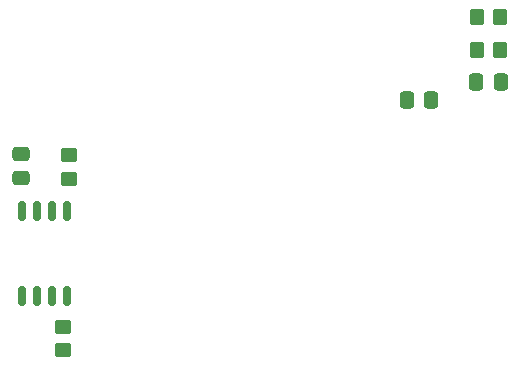
<source format=gtp>
%TF.GenerationSoftware,KiCad,Pcbnew,9.0.1*%
%TF.CreationDate,2025-08-12T13:46:24-07:00*%
%TF.ProjectId,fone,666f6e65-2e6b-4696-9361-645f70636258,0.5*%
%TF.SameCoordinates,Original*%
%TF.FileFunction,Paste,Top*%
%TF.FilePolarity,Positive*%
%FSLAX46Y46*%
G04 Gerber Fmt 4.6, Leading zero omitted, Abs format (unit mm)*
G04 Created by KiCad (PCBNEW 9.0.1) date 2025-08-12 13:46:24*
%MOMM*%
%LPD*%
G01*
G04 APERTURE LIST*
G04 Aperture macros list*
%AMRoundRect*
0 Rectangle with rounded corners*
0 $1 Rounding radius*
0 $2 $3 $4 $5 $6 $7 $8 $9 X,Y pos of 4 corners*
0 Add a 4 corners polygon primitive as box body*
4,1,4,$2,$3,$4,$5,$6,$7,$8,$9,$2,$3,0*
0 Add four circle primitives for the rounded corners*
1,1,$1+$1,$2,$3*
1,1,$1+$1,$4,$5*
1,1,$1+$1,$6,$7*
1,1,$1+$1,$8,$9*
0 Add four rect primitives between the rounded corners*
20,1,$1+$1,$2,$3,$4,$5,0*
20,1,$1+$1,$4,$5,$6,$7,0*
20,1,$1+$1,$6,$7,$8,$9,0*
20,1,$1+$1,$8,$9,$2,$3,0*%
G04 Aperture macros list end*
%ADD10RoundRect,0.162500X-0.162500X0.650000X-0.162500X-0.650000X0.162500X-0.650000X0.162500X0.650000X0*%
%ADD11RoundRect,0.250000X-0.350000X-0.450000X0.350000X-0.450000X0.350000X0.450000X-0.350000X0.450000X0*%
%ADD12RoundRect,0.250000X0.350000X0.450000X-0.350000X0.450000X-0.350000X-0.450000X0.350000X-0.450000X0*%
%ADD13RoundRect,0.250000X-0.450000X0.350000X-0.450000X-0.350000X0.450000X-0.350000X0.450000X0.350000X0*%
%ADD14RoundRect,0.250000X-0.337500X-0.475000X0.337500X-0.475000X0.337500X0.475000X-0.337500X0.475000X0*%
%ADD15RoundRect,0.250000X0.475000X-0.337500X0.475000X0.337500X-0.475000X0.337500X-0.475000X-0.337500X0*%
G04 APERTURE END LIST*
D10*
%TO.C,U1*%
X117370000Y-89325000D03*
X116100000Y-89325000D03*
X114830000Y-89325000D03*
X113560000Y-89325000D03*
X113560000Y-96500000D03*
X114830000Y-96500000D03*
X116100000Y-96500000D03*
X117370000Y-96500000D03*
%TD*%
D11*
%TO.C,R4*%
X152100000Y-72900000D03*
X154100000Y-72900000D03*
%TD*%
D12*
%TO.C,R3*%
X154100000Y-75700000D03*
X152100000Y-75700000D03*
%TD*%
D13*
%TO.C,R2*%
X117600000Y-84612500D03*
X117600000Y-86612500D03*
%TD*%
%TO.C,R1*%
X117065000Y-99112500D03*
X117065000Y-101112500D03*
%TD*%
D14*
%TO.C,C3*%
X152062500Y-78400000D03*
X154137500Y-78400000D03*
%TD*%
%TO.C,C2*%
X146162500Y-79900000D03*
X148237500Y-79900000D03*
%TD*%
D15*
%TO.C,C1*%
X113500000Y-86537500D03*
X113500000Y-84462500D03*
%TD*%
M02*

</source>
